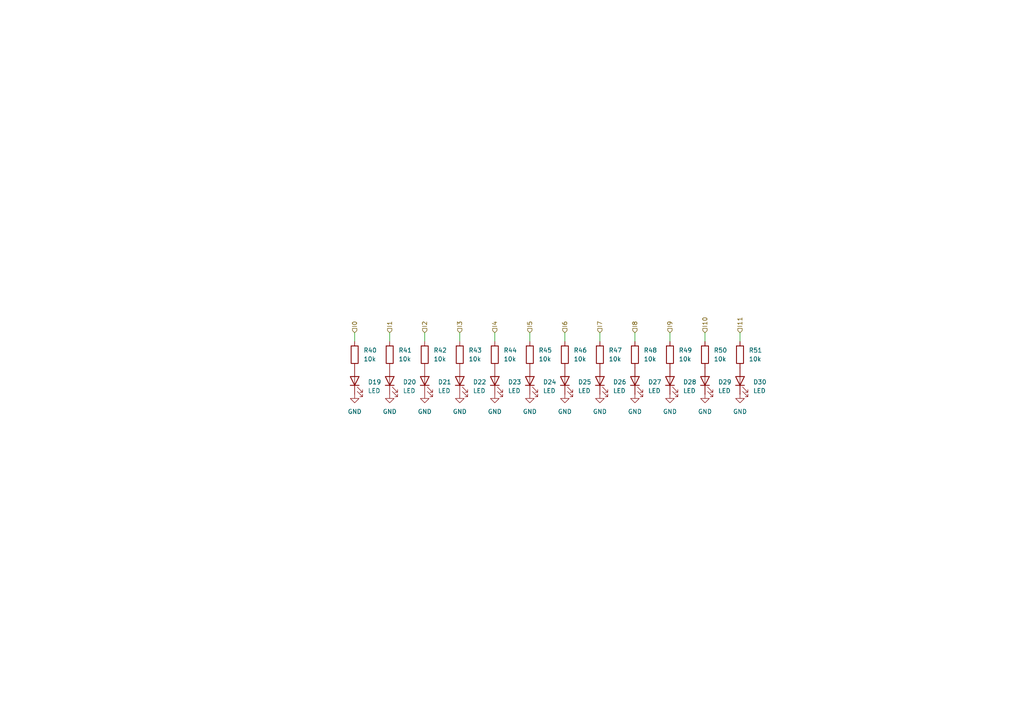
<source format=kicad_sch>
(kicad_sch (version 20250114) (generator "eeschema") (generator_version "9.0")
  (paper "A4")
  (lib_symbols
    (symbol "power:GND" (power) (pin_numbers (hide yes)) (pin_names (offset 0) (hide yes))
      (property "Value" "GND" (at 0 -3.81 0))
      (symbol "GND_0_1"
        (polyline (pts (xy 0 0) (xy 0 -1.27) (xy 1.27 -1.27) (xy 0 -2.54) (xy -1.27 -1.27) (xy 0 -1.27)))
      )
      (symbol "GND_1_1"
        (pin power_in line (at 0 0 270) (length 0) (name "~") (number "1"))
      )
    )
    (symbol "rflib:LED" (pin_numbers (hide yes)) (pin_names (offset 1.016) (hide yes))
      (property "Reference" "D2" (at 0 2.54 90))
      (property "Value" "LED" (at -2.54 5.08 0))
      (symbol "LED_0_1"
        (polyline (pts (xy -3.048 -0.762) (xy -4.572 -2.286) (xy -3.81 -2.286) (xy -4.572 -2.286) (xy -4.572 -1.524)))
        (polyline (pts (xy -1.778 -0.762) (xy -3.302 -2.286) (xy -2.54 -2.286) (xy -3.302 -2.286) (xy -3.302 -1.524)))
        (polyline (pts (xy -1.27 0) (xy 1.27 0)))
        (polyline (pts (xy -1.27 -1.27) (xy -1.27 1.27)) (stroke (width 0.254)))
        (polyline (pts (xy 1.27 -1.27) (xy 1.27 1.27) (xy -1.27 0) (xy 1.27 -1.27)) (stroke (width 0.254)))
      )
      (symbol "LED_1_1"
        (pin passive line (at -3.81 0 0) (length 2.54) (name "K") (number "1"))
        (pin passive line (at 3.81 0 180) (length 2.54) (name "A") (number "2"))
      )
    )
    (symbol "rflib:R" (pin_numbers (hide yes)) (pin_names (offset 0))
      (property "Reference" "R" (at 2.032 0 90))
      (property "Value" "R" (at 0 0 90))
      (symbol "R_0_1"
        (rectangle (start -1.016 -2.54) (end 1.016 2.54) (stroke (width 0.254)))
      )
      (symbol "R_1_1"
        (pin passive line (at 0 3.81 270) (length 1.27) (name "~") (number "1"))
        (pin passive line (at 0 -3.81 90) (length 1.27) (name "~") (number "2"))
      )
    )
  )
  (wire (pts (xy 214.63 96.52) (xy 214.63 99.06)))
  (wire (pts (xy 173.99 96.52) (xy 173.99 99.06)))
  (wire (pts (xy 204.47 96.52) (xy 204.47 99.06)))
  (wire (pts (xy 133.35 96.52) (xy 133.35 99.06)))
  (wire (pts (xy 123.19 96.52) (xy 123.19 99.06)))
  (wire (pts (xy 143.51 96.52) (xy 143.51 99.06)))
  (wire (pts (xy 163.83 96.52) (xy 163.83 99.06)))
  (wire (pts (xy 113.03 96.52) (xy 113.03 99.06)))
  (wire (pts (xy 102.87 96.52) (xy 102.87 99.06)))
  (wire (pts (xy 194.31 96.52) (xy 194.31 99.06)))
  (wire (pts (xy 153.67 96.52) (xy 153.67 99.06)))
  (wire (pts (xy 184.15 96.52) (xy 184.15 99.06)))
  (hierarchical_label "I3" (shape input) (at 133.35 96.52 90))
  (hierarchical_label "I10" (shape input) (at 204.47 96.52 90))
  (hierarchical_label "I6" (shape input) (at 163.83 96.52 90))
  (hierarchical_label "I0" (shape input) (at 102.87 96.52 90))
  (hierarchical_label "I9" (shape input) (at 194.31 96.52 90))
  (hierarchical_label "I1" (shape input) (at 113.03 96.52 90))
  (hierarchical_label "I7" (shape input) (at 173.99 96.52 90))
  (hierarchical_label "I4" (shape input) (at 143.51 96.52 90))
  (hierarchical_label "I5" (shape input) (at 153.67 96.52 90))
  (hierarchical_label "I11" (shape input) (at 214.63 96.52 90))
  (hierarchical_label "I2" (shape input) (at 123.19 96.52 90))
  (hierarchical_label "I8" (shape input) (at 184.15 96.52 90))
  (symbol (lib_id "rflib:LED") (at 143.51 110.49 90) (unit 1)
    (property "Reference" "D23" (at 147.32 110.8074 90) (effects (justify right)))
    (property "Value" "LED" (at 147.32 113.3474 90) (effects (justify right)))
    (property "Footprint" "LED_SMD:LED_0603_1608Metric" (effects (hide yes)))
    (property "Description" "Light emitting diode" (effects (hide yes)))
    (property "LCSC" "C965809" (effects (hide yes)))
  )
  (symbol (lib_id "power:GND") (at 113.03 114.3 0) (unit 1)
    (property "Reference" "#PWR062" (effects (hide yes)))
    (property "Value" "GND" (at 113.03 119.38 0))
    (property "Description" "Power symbol creates a global label with name \"GND\" , ground" (effects (hide yes)))
  )
  (symbol (lib_id "rflib:R") (at 143.51 102.87 0) (unit 1)
    (property "Reference" "R44" (at 146.05 101.5999 0) (effects (justify left)))
    (property "Value" "10k" (at 146.05 104.1399 0) (effects (justify left)))
    (property "Footprint" "Resistor_SMD:R_0402_1005Metric" (effects (hide yes)))
    (property "Description" "Resistor" (effects (hide yes)))
    (property "LCSC" "C25744" (effects (hide yes)))
  )
  (symbol (lib_id "rflib:LED") (at 184.15 110.49 90) (unit 1)
    (property "Reference" "D27" (at 187.96 110.8074 90) (effects (justify right)))
    (property "Value" "LED" (at 187.96 113.3474 90) (effects (justify right)))
    (property "Footprint" "LED_SMD:LED_0603_1608Metric" (effects (hide yes)))
    (property "Description" "Light emitting diode" (effects (hide yes)))
    (property "LCSC" "C965809" (effects (hide yes)))
  )
  (symbol (lib_id "rflib:R") (at 184.15 102.87 0) (unit 1)
    (property "Reference" "R48" (at 186.69 101.5999 0) (effects (justify left)))
    (property "Value" "10k" (at 186.69 104.1399 0) (effects (justify left)))
    (property "Footprint" "Resistor_SMD:R_0402_1005Metric" (effects (hide yes)))
    (property "Description" "Resistor" (effects (hide yes)))
    (property "LCSC" "C25744" (effects (hide yes)))
  )
  (symbol (lib_id "power:GND") (at 173.99 114.3 0) (unit 1)
    (property "Reference" "#PWR068" (effects (hide yes)))
    (property "Value" "GND" (at 173.99 119.38 0))
    (property "Description" "Power symbol creates a global label with name \"GND\" , ground" (effects (hide yes)))
  )
  (symbol (lib_id "power:GND") (at 194.31 114.3 0) (unit 1)
    (property "Reference" "#PWR070" (effects (hide yes)))
    (property "Value" "GND" (at 194.31 119.38 0))
    (property "Description" "Power symbol creates a global label with name \"GND\" , ground" (effects (hide yes)))
  )
  (symbol (lib_id "power:GND") (at 204.47 114.3 0) (unit 1)
    (property "Reference" "#PWR071" (effects (hide yes)))
    (property "Value" "GND" (at 204.47 119.38 0))
    (property "Description" "Power symbol creates a global label with name \"GND\" , ground" (effects (hide yes)))
  )
  (symbol (lib_id "power:GND") (at 133.35 114.3 0) (unit 1)
    (property "Reference" "#PWR064" (effects (hide yes)))
    (property "Value" "GND" (at 133.35 119.38 0))
    (property "Description" "Power symbol creates a global label with name \"GND\" , ground" (effects (hide yes)))
  )
  (symbol (lib_id "rflib:LED") (at 163.83 110.49 90) (unit 1)
    (property "Reference" "D25" (at 167.64 110.8074 90) (effects (justify right)))
    (property "Value" "LED" (at 167.64 113.3474 90) (effects (justify right)))
    (property "Footprint" "LED_SMD:LED_0603_1608Metric" (effects (hide yes)))
    (property "Description" "Light emitting diode" (effects (hide yes)))
    (property "LCSC" "C965809" (effects (hide yes)))
  )
  (symbol (lib_id "rflib:R") (at 194.31 102.87 0) (unit 1)
    (property "Reference" "R49" (at 196.85 101.5999 0) (effects (justify left)))
    (property "Value" "10k" (at 196.85 104.1399 0) (effects (justify left)))
    (property "Footprint" "Resistor_SMD:R_0402_1005Metric" (effects (hide yes)))
    (property "Description" "Resistor" (effects (hide yes)))
    (property "LCSC" "C25744" (effects (hide yes)))
  )
  (symbol (lib_id "rflib:R") (at 113.03 102.87 0) (unit 1)
    (property "Reference" "R41" (at 115.57 101.5999 0) (effects (justify left)))
    (property "Value" "10k" (at 115.57 104.1399 0) (effects (justify left)))
    (property "Footprint" "Resistor_SMD:R_0402_1005Metric" (effects (hide yes)))
    (property "Description" "Resistor" (effects (hide yes)))
    (property "LCSC" "C25744" (effects (hide yes)))
  )
  (symbol (lib_id "power:GND") (at 123.19 114.3 0) (unit 1)
    (property "Reference" "#PWR063" (effects (hide yes)))
    (property "Value" "GND" (at 123.19 119.38 0))
    (property "Description" "Power symbol creates a global label with name \"GND\" , ground" (effects (hide yes)))
  )
  (symbol (lib_id "power:GND") (at 153.67 114.3 0) (unit 1)
    (property "Reference" "#PWR066" (effects (hide yes)))
    (property "Value" "GND" (at 153.67 119.38 0))
    (property "Description" "Power symbol creates a global label with name \"GND\" , ground" (effects (hide yes)))
  )
  (symbol (lib_id "power:GND") (at 163.83 114.3 0) (unit 1)
    (property "Reference" "#PWR067" (effects (hide yes)))
    (property "Value" "GND" (at 163.83 119.38 0))
    (property "Description" "Power symbol creates a global label with name \"GND\" , ground" (effects (hide yes)))
  )
  (symbol (lib_id "rflib:LED") (at 214.63 110.49 90) (unit 1)
    (property "Reference" "D30" (at 218.44 110.8074 90) (effects (justify right)))
    (property "Value" "LED" (at 218.44 113.3474 90) (effects (justify right)))
    (property "Footprint" "LED_SMD:LED_0603_1608Metric" (effects (hide yes)))
    (property "Description" "Light emitting diode" (effects (hide yes)))
    (property "LCSC" "C965809" (effects (hide yes)))
  )
  (symbol (lib_id "rflib:LED") (at 204.47 110.49 90) (unit 1)
    (property "Reference" "D29" (at 208.28 110.8074 90) (effects (justify right)))
    (property "Value" "LED" (at 208.28 113.3474 90) (effects (justify right)))
    (property "Footprint" "LED_SMD:LED_0603_1608Metric" (effects (hide yes)))
    (property "Description" "Light emitting diode" (effects (hide yes)))
    (property "LCSC" "C965809" (effects (hide yes)))
  )
  (symbol (lib_id "power:GND") (at 102.87 114.3 0) (unit 1)
    (property "Reference" "#PWR061" (effects (hide yes)))
    (property "Value" "GND" (at 102.87 119.38 0))
    (property "Description" "Power symbol creates a global label with name \"GND\" , ground" (effects (hide yes)))
  )
  (symbol (lib_id "power:GND") (at 184.15 114.3 0) (unit 1)
    (property "Reference" "#PWR069" (effects (hide yes)))
    (property "Value" "GND" (at 184.15 119.38 0))
    (property "Description" "Power symbol creates a global label with name \"GND\" , ground" (effects (hide yes)))
  )
  (symbol (lib_id "rflib:LED") (at 194.31 110.49 90) (unit 1)
    (property "Reference" "D28" (at 198.12 110.8074 90) (effects (justify right)))
    (property "Value" "LED" (at 198.12 113.3474 90) (effects (justify right)))
    (property "Footprint" "LED_SMD:LED_0603_1608Metric" (effects (hide yes)))
    (property "Description" "Light emitting diode" (effects (hide yes)))
    (property "LCSC" "C965809" (effects (hide yes)))
  )
  (symbol (lib_id "rflib:LED") (at 113.03 110.49 90) (unit 1)
    (property "Reference" "D20" (at 116.84 110.8074 90) (effects (justify right)))
    (property "Value" "LED" (at 116.84 113.3474 90) (effects (justify right)))
    (property "Footprint" "LED_SMD:LED_0603_1608Metric" (effects (hide yes)))
    (property "Description" "Light emitting diode" (effects (hide yes)))
    (property "LCSC" "C965809" (effects (hide yes)))
  )
  (symbol (lib_id "rflib:R") (at 214.63 102.87 0) (unit 1)
    (property "Reference" "R51" (at 217.17 101.5999 0) (effects (justify left)))
    (property "Value" "10k" (at 217.17 104.1399 0) (effects (justify left)))
    (property "Footprint" "Resistor_SMD:R_0402_1005Metric" (effects (hide yes)))
    (property "Description" "Resistor" (effects (hide yes)))
    (property "LCSC" "C25744" (effects (hide yes)))
  )
  (symbol (lib_id "rflib:R") (at 133.35 102.87 0) (unit 1)
    (property "Reference" "R43" (at 135.89 101.5999 0) (effects (justify left)))
    (property "Value" "10k" (at 135.89 104.1399 0) (effects (justify left)))
    (property "Footprint" "Resistor_SMD:R_0402_1005Metric" (effects (hide yes)))
    (property "Description" "Resistor" (effects (hide yes)))
    (property "LCSC" "C25744" (effects (hide yes)))
  )
  (symbol (lib_id "rflib:R") (at 102.87 102.87 0) (unit 1)
    (property "Reference" "R40" (at 105.41 101.5999 0) (effects (justify left)))
    (property "Value" "10k" (at 105.41 104.1399 0) (effects (justify left)))
    (property "Footprint" "Resistor_SMD:R_0402_1005Metric" (effects (hide yes)))
    (property "Description" "Resistor" (effects (hide yes)))
    (property "LCSC" "C25744" (effects (hide yes)))
  )
  (symbol (lib_id "rflib:R") (at 123.19 102.87 0) (unit 1)
    (property "Reference" "R42" (at 125.73 101.5999 0) (effects (justify left)))
    (property "Value" "10k" (at 125.73 104.1399 0) (effects (justify left)))
    (property "Footprint" "Resistor_SMD:R_0402_1005Metric" (effects (hide yes)))
    (property "Description" "Resistor" (effects (hide yes)))
    (property "LCSC" "C25744" (effects (hide yes)))
  )
  (symbol (lib_id "rflib:R") (at 163.83 102.87 0) (unit 1)
    (property "Reference" "R46" (at 166.37 101.5999 0) (effects (justify left)))
    (property "Value" "10k" (at 166.37 104.1399 0) (effects (justify left)))
    (property "Footprint" "Resistor_SMD:R_0402_1005Metric" (effects (hide yes)))
    (property "Description" "Resistor" (effects (hide yes)))
    (property "LCSC" "C25744" (effects (hide yes)))
  )
  (symbol (lib_id "power:GND") (at 214.63 114.3 0) (unit 1)
    (property "Reference" "#PWR072" (effects (hide yes)))
    (property "Value" "GND" (at 214.63 119.38 0))
    (property "Description" "Power symbol creates a global label with name \"GND\" , ground" (effects (hide yes)))
  )
  (symbol (lib_id "rflib:LED") (at 102.87 110.49 90) (unit 1)
    (property "Reference" "D19" (at 106.68 110.8074 90) (effects (justify right)))
    (property "Value" "LED" (at 106.68 113.3474 90) (effects (justify right)))
    (property "Footprint" "LED_SMD:LED_0603_1608Metric" (effects (hide yes)))
    (property "Description" "Light emitting diode" (effects (hide yes)))
    (property "LCSC" "C965809" (effects (hide yes)))
  )
  (symbol (lib_id "rflib:R") (at 173.99 102.87 0) (unit 1)
    (property "Reference" "R47" (at 176.53 101.5999 0) (effects (justify left)))
    (property "Value" "10k" (at 176.53 104.1399 0) (effects (justify left)))
    (property "Footprint" "Resistor_SMD:R_0402_1005Metric" (effects (hide yes)))
    (property "Description" "Resistor" (effects (hide yes)))
    (property "LCSC" "C25744" (effects (hide yes)))
  )
  (symbol (lib_id "rflib:LED") (at 123.19 110.49 90) (unit 1)
    (property "Reference" "D21" (at 127 110.8074 90) (effects (justify right)))
    (property "Value" "LED" (at 127 113.3474 90) (effects (justify right)))
    (property "Footprint" "LED_SMD:LED_0603_1608Metric" (effects (hide yes)))
    (property "Description" "Light emitting diode" (effects (hide yes)))
    (property "LCSC" "C965809" (effects (hide yes)))
  )
  (symbol (lib_id "rflib:LED") (at 133.35 110.49 90) (unit 1)
    (property "Reference" "D22" (at 137.16 110.8074 90) (effects (justify right)))
    (property "Value" "LED" (at 137.16 113.3474 90) (effects (justify right)))
    (property "Footprint" "LED_SMD:LED_0603_1608Metric" (effects (hide yes)))
    (property "Description" "Light emitting diode" (effects (hide yes)))
    (property "LCSC" "C965809" (effects (hide yes)))
  )
  (symbol (lib_id "rflib:LED") (at 173.99 110.49 90) (unit 1)
    (property "Reference" "D26" (at 177.8 110.8074 90) (effects (justify right)))
    (property "Value" "LED" (at 177.8 113.3474 90) (effects (justify right)))
    (property "Footprint" "LED_SMD:LED_0603_1608Metric" (effects (hide yes)))
    (property "Description" "Light emitting diode" (effects (hide yes)))
    (property "LCSC" "C965809" (effects (hide yes)))
  )
  (symbol (lib_id "rflib:LED") (at 153.67 110.49 90) (unit 1)
    (property "Reference" "D24" (at 157.48 110.8074 90) (effects (justify right)))
    (property "Value" "LED" (at 157.48 113.3474 90) (effects (justify right)))
    (property "Footprint" "LED_SMD:LED_0603_1608Metric" (effects (hide yes)))
    (property "Description" "Light emitting diode" (effects (hide yes)))
    (property "LCSC" "C965809" (effects (hide yes)))
  )
  (symbol (lib_id "rflib:R") (at 153.67 102.87 0) (unit 1)
    (property "Reference" "R45" (at 156.21 101.5999 0) (effects (justify left)))
    (property "Value" "10k" (at 156.21 104.1399 0) (effects (justify left)))
    (property "Footprint" "Resistor_SMD:R_0402_1005Metric" (effects (hide yes)))
    (property "Description" "Resistor" (effects (hide yes)))
    (property "LCSC" "C25744" (effects (hide yes)))
  )
  (symbol (lib_id "power:GND") (at 143.51 114.3 0) (unit 1)
    (property "Reference" "#PWR065" (effects (hide yes)))
    (property "Value" "GND" (at 143.51 119.38 0))
    (property "Description" "Power symbol creates a global label with name \"GND\" , ground" (effects (hide yes)))
  )
  (symbol (lib_id "rflib:R") (at 204.47 102.87 0) (unit 1)
    (property "Reference" "R50" (at 207.01 101.5999 0) (effects (justify left)))
    (property "Value" "10k" (at 207.01 104.1399 0) (effects (justify left)))
    (property "Footprint" "Resistor_SMD:R_0402_1005Metric" (effects (hide yes)))
    (property "Description" "Resistor" (effects (hide yes)))
    (property "LCSC" "C25744" (effects (hide yes)))
  )
)
</source>
